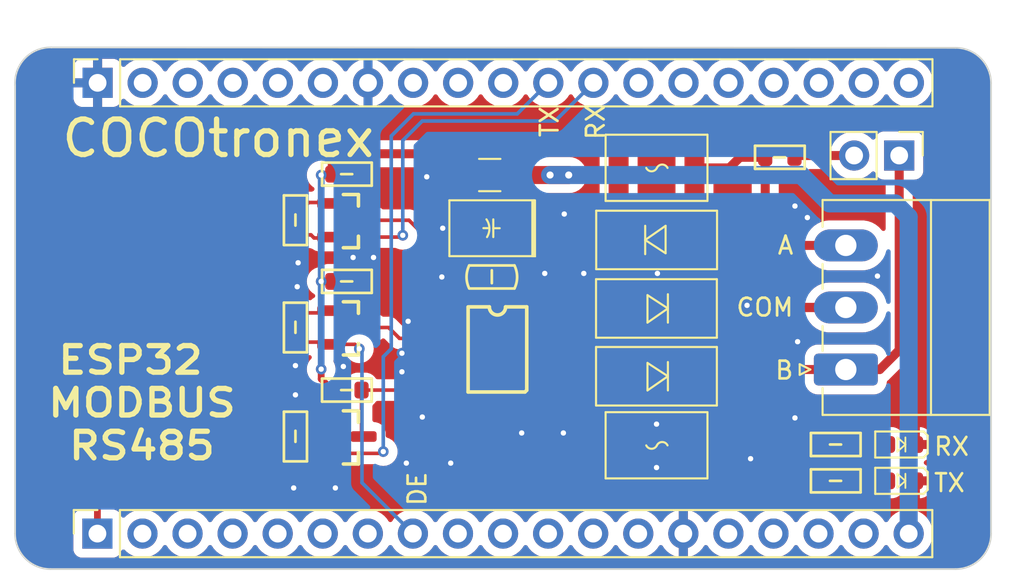
<source format=kicad_pcb>
(kicad_pcb (version 20220621) (generator pcbnew)
  (layers (0 "F.Cu" signal) (31 "B.Cu" signal) (34 "B.Paste" user) (35 "F.Paste" user) (36 "B.SilkS" user "B.Silkscreen") (37 "F.SilkS" user "F.Silkscreen") (38 "B.Mask" user) (39 "F.Mask" user) (44 "Edge.Cuts" user))
  (net 0 "")
  (net 1 "/3V3")
  (net 2 "/EN")
  (net 3 "/GPIO36")
  (net 4 "/GPIO39")
  (net 5 "/GPIO34")
  (net 6 "/GPIO35")
  (net 7 "/GPIO32")
  (net 8 "/GPIO25")
  (net 9 "/GPIO26")
  (net 10 "/GPIO27")
  (net 11 "/GPIO14")
  (net 12 "/GPIO12")
  (net 13 "GND")
  (net 14 "/GPIO13")
  (net 15 "/GPIO9")
  (net 16 "/GPIO10")
  (net 17 "/GPIO11")
  (net 18 "/5V")
  (net 19 "/GPIO23")
  (net 20 "/GPIO22")
  (net 21 "/GPIO1")
  (net 22 "/GPIO3")
  (net 23 "/GPIO21")
  (net 24 "/GPIO19")
  (net 25 "/GPIO18")
  (net 26 "/GPIO5")
  (net 27 "/GPIO4")
  (net 28 "/GPIO0")
  (net 29 "/GPIO2")
  (net 30 "/GPIO15")
  (net 31 "/GPIO8")
  (net 32 "/GPIO7")
  (net 33 "/GPIO6")
  (net 34 "/RS485_COM")
  (net 35 "Net-(D33-A1)")
  (net 36 "Net-(J10-Pin_2)")
  (net 37 "/R_5V")
  (net 38 "/A")
  (net 39 "/B")
  (net 40 "/D_5V")
  (net 41 "/DE_5V")
  (net 42 "Net-(D33-A2)")
  (net 43 "Net-(D36-A)")
  (net 44 "Net-(D37-A)")
  (net 45 "/RS485_DE")
  (net 46 "/RS485_TX")
  (net 47 "/RS485_RX")
  (net 48 "Net-(J1-Pin_19)")
  (footprint "Library:R_0603_1608Metric" (layer "F.Cu") (at 135.55 92.7)
    (fp_text reference "R42")
    (fp_text value "10k")
    (fp_line (start -1.4 -0.65) (end 1.4 -0.65) (stroke (width 0.1524)) (layer "F.SilkS"))
    (fp_line (start -1.4 0.65) (end -1.4 -0.65) (stroke (width 0.1524)) (layer "F.SilkS"))
    (fp_line (start -1.4 0.65) (end 1.4 0.65) (stroke (width 0.1524)) (layer "F.SilkS"))
    (fp_line (start -0.325 0) (end 0.3 0) (stroke (width 0.1524)) (layer "F.SilkS"))
    (fp_line (start 1.4 0.65) (end 1.4 -0.65) (stroke (width 0.1524)) (layer "F.SilkS"))
    (pad "1" smd roundrect (at -0.825 0 180) (size 0.8 0.95) (layers "F.Cu" "F.Paste" "F.Mask") (net 18 "/5V"))
    (pad "2" smd roundrect (at 0.825 0 180) (size 0.8 0.95) (layers "F.Cu" "F.Paste" "F.Mask") (net 41 "/DE_5V"))
  )
  (footprint "Fuse:Fuse_1206_3216Metric" (layer "F.Cu") (at 143.6 86.7 180)
    (fp_text reference "F3")
    (fp_text value "Polyfuse_Small")
    (fp_line (start -0.602064 -0.91) (end 0.602064 -0.91) (stroke (width 0.12)) (layer "F.SilkS"))
    (fp_line (start -0.602064 0.91) (end 0.602064 0.91) (stroke (width 0.12)) (layer "F.SilkS"))
    (pad "1" smd roundrect (at -1.4 0 180) (size 1.25 1.75) (layers "F.Cu" "F.Paste" "F.Mask") (roundrect_rratio 0.2) (net 48 "Net-(J1-Pin_19)"))
    (pad "2" smd roundrect (at 1.4 0 180) (size 1.25 1.75) (layers "F.Cu" "F.Paste" "F.Mask") (roundrect_rratio 0.2) (net 18 "/5V"))
  )
  (footprint "Library:R_0603_1608Metric" (layer "F.Cu") (at 135.55 86.65)
    (fp_text reference "R40")
    (fp_text value "10k")
    (fp_line (start -1.4 -0.65) (end 1.4 -0.65) (stroke (width 0.1524)) (layer "F.SilkS"))
    (fp_line (start -1.4 0.65) (end -1.4 -0.65) (stroke (width 0.1524)) (layer "F.SilkS"))
    (fp_line (start -1.4 0.65) (end 1.4 0.65) (stroke (width 0.1524)) (layer "F.SilkS"))
    (fp_line (start -0.325 0) (end 0.3 0) (stroke (width 0.1524)) (layer "F.SilkS"))
    (fp_line (start 1.4 0.65) (end 1.4 -0.65) (stroke (width 0.1524)) (layer "F.SilkS"))
    (pad "1" smd roundrect (at -0.825 0 180) (size 0.8 0.95) (layers "F.Cu" "F.Paste" "F.Mask") (net 18 "/5V"))
    (pad "2" smd roundrect (at 0.825 0 180) (size 0.8 0.95) (layers "F.Cu" "F.Paste" "F.Mask") (net 37 "/R_5V"))
  )
  (footprint "Library:R_0603_1608Metric" (layer "F.Cu") (at 132.65 101.45 -90)
    (fp_text reference "R39")
    (fp_text value "10k")
    (fp_line (start -1.4 -0.65) (end 1.4 -0.65) (stroke (width 0.1524)) (layer "F.SilkS"))
    (fp_line (start -1.4 0.65) (end -1.4 -0.65) (stroke (width 0.1524)) (layer "F.SilkS"))
    (fp_line (start -1.4 0.65) (end 1.4 0.65) (stroke (width 0.1524)) (layer "F.SilkS"))
    (fp_line (start -0.325 0) (end 0.3 0) (stroke (width 0.1524)) (layer "F.SilkS"))
    (fp_line (start 1.4 0.65) (end 1.4 -0.65) (stroke (width 0.1524)) (layer "F.SilkS"))
    (pad "1" smd roundrect (at -0.825 0 90) (size 0.8 0.95) (layers "F.Cu" "F.Paste" "F.Mask") (net 1 "/3V3"))
    (pad "2" smd roundrect (at 0.825 0 90) (size 0.8 0.95) (layers "F.Cu" "F.Paste" "F.Mask") (net 46 "/RS485_TX"))
  )
  (footprint "Library:CP_EIA-3528-21_Kemet-B" (layer "F.Cu") (at 143.7 89.7 180)
    (fp_text reference "C5")
    (fp_text value "10uF")
    (fp_line (start -2.45 1.575) (end 2.375 1.575) (stroke (width 0.12)) (layer "F.SilkS"))
    (fp_line (start -2.375 -1.575) (end -2.375 1.575) (stroke (width 0.12)) (layer "F.SilkS"))
    (fp_line (start -0.1 -0.5) (end -0.1 0.5) (stroke (width 0.12)) (layer "F.SilkS"))
    (fp_line (start -0.1 0) (end -0.4625 0) (stroke (width 0.12)) (layer "F.SilkS"))
    (fp_line (start 0.12 0.004819) (end 0.457213 0.004819) (stroke (width 0.12)) (layer "F.SilkS"))
    (fp_line (start 2.375 -1.575) (end -2.45 -1.575) (stroke (width 0.12)) (layer "F.SilkS"))
    (fp_line (start 2.375 -1.575) (end 2.375 1.575) (stroke (width 0.12)) (layer "F.SilkS"))
    (fp_rect (start -2.45 -1.575) (end -2.3 1.55) (stroke (width 0.12)) (fill none) (layer "F.SilkS"))
    (fp_arc (start 0.285679 0.500004) (mid 0.12 0.004821) (end 0.253474 -0.499996) (stroke (width 0.12)) (layer "F.SilkS"))
    (pad "1" smd roundrect (at -1.5375 0 180) (size 1.325 2.35) (layers "F.Cu" "F.Paste" "F.Mask") (roundrect_rratio 0.1886792453) (net 18 "/5V"))
    (pad "2" smd roundrect (at 1.5375 0 180) (size 1.325 2.35) (layers "F.Cu" "F.Paste" "F.Mask") (roundrect_rratio 0.1886792453) (net 13 "GND"))
  )
  (footprint "Connector_Phoenix_MC:PhoenixContact_MC_1,5_3-G-3.5_1x03_P3.50mm_Horizontal" (layer "F.Cu") (at 163.6675 97.67 90)
    (fp_text reference "J9")
    (fp_text value "RS485")
    (fp_line (start -2.56 -1.31) (end -2.56 8.11) (stroke (width 0.12)) (layer "F.SilkS"))
    (fp_line (start -2.56 -1.31) (end -1.05 -1.31) (stroke (width 0.12)) (layer "F.SilkS"))
    (fp_line (start -2.56 4.8) (end 9.56 4.8) (stroke (width 0.12)) (layer "F.SilkS"))
    (fp_line (start -2.56 8.11) (end 9.56 8.11) (stroke (width 0.12)) (layer "F.SilkS"))
    (fp_line (start -0.3 -2.6) (end 0.3 -2.6) (stroke (width 0.12)) (layer "F.SilkS"))
    (fp_line (start 0 -2) (end -0.3 -2.6) (stroke (width 0.12)) (layer "F.SilkS"))
    (fp_line (start 0.3 -2.6) (end 0 -2) (stroke (width 0.12)) (layer "F.SilkS"))
    (fp_line (start 1.05 -1.31) (end 2.45 -1.31) (stroke (width 0.12)) (layer "F.SilkS"))
    (fp_line (start 4.55 -1.31) (end 5.95 -1.31) (stroke (width 0.12)) (layer "F.SilkS"))
    (fp_line (start 9.56 -1.31) (end 8.05 -1.31) (stroke (width 0.12)) (layer "F.SilkS"))
    (fp_line (start 9.56 8.11) (end 9.56 -1.31) (stroke (width 0.12)) (layer "F.SilkS"))
    (pad "1" thru_hole roundrect (at 0 0 90) (size 1.8 3.6) (drill 1.2) (layers *.Cu *.Mask) (roundrect_rratio 0.1388888889) (net 39 "/B"))
    (pad "2" thru_hole oval (at 3.5 0 90) (size 1.8 3.6) (drill 1.2) (layers *.Cu *.Mask) (net 34 "/RS485_COM"))
    (pad "3" thru_hole oval (at 7 0 90) (size 1.8 3.6) (drill 1.2) (layers *.Cu *.Mask) (net 38 "/A"))
  )
  (footprint "Connector_PinSocket_2.54mm:PinSocket_1x19_P2.54mm_Vertical" (layer "F.Cu") (at 121.49 106.925 90)
    (fp_text reference "J1")
    (fp_text value "Conn_01x19")
    (fp_line (start -1.33 1.27) (end -1.33 47.05) (stroke (width 0.12)) (layer "F.SilkS"))
    (fp_line (start -1.33 1.27) (end 1.33 1.27) (stroke (width 0.12)) (layer "F.SilkS"))
    (fp_line (start -1.33 47.05) (end 1.33 47.05) (stroke (width 0.12)) (layer "F.SilkS"))
    (fp_line (start 0 -1.33) (end 1.33 -1.33) (stroke (width 0.12)) (layer "F.SilkS"))
    (fp_line (start 1.33 -1.33) (end 1.33 0) (stroke (width 0.12)) (layer "F.SilkS"))
    (fp_line (start 1.33 1.27) (end 1.33 47.05) (stroke (width 0.12)) (layer "F.SilkS"))
    (pad "1" thru_hole rect (at 0 0 90) (size 1.7 1.7) (drill 1) (layers *.Cu *.Mask) (net 1 "/3V3"))
    (pad "2" thru_hole oval (at 0 2.54 90) (size 1.7 1.7) (drill 1) (layers *.Cu *.Mask) (net 2 "/EN"))
    (pad "3" thru_hole oval (at 0 5.08 90) (size 1.7 1.7) (drill 1) (layers *.Cu *.Mask) (net 3 "/GPIO36"))
    (pad "4" thru_hole oval (at 0 7.62 90) (size 1.7 1.7) (drill 1) (layers *.Cu *.Mask) (net 4 "/GPIO39"))
    (pad "5" thru_hole oval (at 0 10.16 90) (size 1.7 1.7) (drill 1) (layers *.Cu *.Mask) (net 5 "/GPIO34"))
    (pad "6" thru_hole oval (at 0 12.7 90) (size 1.7 1.7) (drill 1) (layers *.Cu *.Mask) (net 6 "/GPIO35"))
    (pad "7" thru_hole oval (at 0 15.24 90) (size 1.7 1.7) (drill 1) (layers *.Cu *.Mask) (net 7 "/GPIO32"))
    (pad "8" thru_hole oval (at 0 17.78 90) (size 1.7 1.7) (drill 1) (layers *.Cu *.Mask) (net 45 "/RS485_DE"))
    (pad "9" thru_hole oval (at 0 20.32 90) (size 1.7 1.7) (drill 1) (layers *.Cu *.Mask) (net 8 "/GPIO25"))
    (pad "10" thru_hole oval (at 0 22.86 90) (size 1.7 1.7) (drill 1) (layers *.Cu *.Mask) (net 9 "/GPIO26"))
    (pad "11" thru_hole oval (at 0 25.4 90) (size 1.7 1.7) (drill 1) (layers *.Cu *.Mask) (net 10 "/GPIO27"))
    (pad "12" thru_hole oval (at 0 27.94 90) (size 1.7 1.7) (drill 1) (layers *.Cu *.Mask) (net 11 "/GPIO14"))
    (pad "13" thru_hole oval (at 0 30.48 90) (size 1.7 1.7) (drill 1) (layers *.Cu *.Mask) (net 12 "/GPIO12"))
    (pad "14" thru_hole oval (at 0 33.02 90) (size 1.7 1.7) (drill 1) (layers *.Cu *.Mask) (net 13 "GND"))
    (pad "15" thru_hole oval (at 0 35.56 90) (size 1.7 1.7) (drill 1) (layers *.Cu *.Mask) (net 14 "/GPIO13"))
    (pad "16" thru_hole oval (at 0 38.1 90) (size 1.7 1.7) (drill 1) (layers *.Cu *.Mask) (net 15 "/GPIO9"))
    (pad "17" thru_hole oval (at 0 40.64 90) (size 1.7 1.7) (drill 1) (layers *.Cu *.Mask) (net 16 "/GPIO10"))
    (pad "18" thru_hole oval (at 0 43.18 90) (size 1.7 1.7) (drill 1) (layers *.Cu *.Mask) (net 17 "/GPIO11"))
    (pad "19" thru_hole oval (at 0 45.72 90) (size 1.7 1.7) (drill 1) (layers *.Cu *.Mask) (net 48 "Net-(J1-Pin_19)"))
  )
  (footprint "Library:R_0603_1608Metric" (layer "F.Cu") (at 132.65 89.25 -90)
    (fp_text reference "R41")
    (fp_text value "10k")
    (fp_line (start -1.4 -0.65) (end 1.4 -0.65) (stroke (width 0.1524)) (layer "F.SilkS"))
    (fp_line (start -1.4 0.65) (end -1.4 -0.65) (stroke (width 0.1524)) (layer "F.SilkS"))
    (fp_line (start -1.4 0.65) (end 1.4 0.65) (stroke (width 0.1524)) (layer "F.SilkS"))
    (fp_line (start -0.325 0) (end 0.3 0) (stroke (width 0.1524)) (layer "F.SilkS"))
    (fp_line (start 1.4 0.65) (end 1.4 -0.65) (stroke (width 0.1524)) (layer "F.SilkS"))
    (pad "1" smd roundrect (at -0.825 0 90) (size 0.8 0.95) (layers "F.Cu" "F.Paste" "F.Mask") (net 1 "/3V3"))
    (pad "2" smd roundrect (at 0.825 0 90) (size 0.8 0.95) (layers "F.Cu" "F.Paste" "F.Mask") (net 47 "/RS485_RX"))
  )
  (footprint "Library:SOT-23" (layer "F.Cu") (at 135.55 95.3)
    (fp_text reference "Q19")
    (fp_text value "WST3400S")
    (fp_line (start 0 1.56) (end 0.65 1.56) (stroke (width 0.12)) (layer "F.SilkS"))
    (fp_line (start 0.65 -1.45) (end -0.2 -1.45) (stroke (width 0.2)) (layer "F.SilkS"))
    (fp_line (start 0.65 -0.8) (end 0.65 -1.45) (stroke (width 0.2)) (layer "F.SilkS"))
    (fp_line (start 0.65 1.55) (end -0.2 1.55) (stroke (width 0.2)) (layer "F.SilkS"))
    (fp_line (start 0.65 1.55) (end 0.65 0.9) (stroke (width 0.2)) (layer "F.SilkS"))
    (pad "1" smd roundrect (at -0.9375 -0.95) (size 1.475 0.6) (layers "F.Cu" "F.Paste" "F.Mask") (net 1 "/3V3"))
    (pad "2" smd roundrect (at -0.9375 0.95) (size 1.475 0.6) (layers "F.Cu" "F.Paste" "F.Mask") (net 45 "/RS485_DE"))
    (pad "3" smd roundrect (at 0.9375 0) (size 1.475 0.6) (layers "F.Cu" "F.Paste" "F.Mask") (net 41 "/DE_5V"))
  )
  (footprint "Library:LED_0603_1608Metric" (layer "F.Cu") (at 166.8 103.95 180)
    (fp_text reference "D36")
    (fp_text value "GREEN")
    (fp_line (start -1.485 -0.5) (end -1.485 0.5) (stroke (width 0.12)) (layer "F.SilkS"))
    (fp_line (start -1.485 0.5) (end -1.25 0.735) (stroke (width 0.12)) (layer "F.SilkS"))
    (fp_line (start -1.25 -0.735) (end -1.485 -0.5) (stroke (width 0.12)) (layer "F.SilkS"))
    (fp_line (start -1.25 0.735) (end 1.475 0.735) (stroke (width 0.12)) (layer "F.SilkS"))
    (fp_line (start -0.225 -0.4) (end -0.225 0.4) (stroke (width 0.1)) (layer "F.SilkS"))
    (fp_line (start -0.225 0) (end 0.225 -0.4) (stroke (width 0.1)) (layer "F.SilkS"))
    (fp_line (start -0.225 0) (end 0.225 0.4) (stroke (width 0.1)) (layer "F.SilkS"))
    (fp_line (start 0.225 -0.4) (end 0.225 0.4) (stroke (width 0.1)) (layer "F.SilkS"))
    (fp_line (start 1.475 -0.735) (end -1.25 -0.735) (stroke (width 0.12)) (layer "F.SilkS"))
    (fp_line (start 1.475 0.735) (end 1.475 -0.735) (stroke (width 0.12)) (layer "F.SilkS"))
    (pad "1" smd roundrect (at -0.7875 0 180) (size 0.875 0.95) (layers "F.Cu" "F.Paste" "F.Mask") (net 13 "GND"))
    (pad "2" smd roundrect (at 0.7875 0 180) (size 0.875 0.95) (layers "F.Cu" "F.Paste" "F.Mask") (net 43 "Net-(D36-A)"))
  )
  (footprint "Library:Fuse_1812_4532Metric" (layer "F.Cu") (at 153 86.3)
    (fp_text reference "F1")
    (fp_text value "MF-MSMF050-2")
    (fp_line (start -2.87 -1.873748) (end -2.87 1.86) (stroke (width 0.12)) (layer "F.SilkS"))
    (fp_line (start -2.87 -1.873748) (end 2.87 -1.873748) (stroke (width 0.12)) (layer "F.SilkS"))
    (fp_line (start -2.87 1.86) (end 2.87 1.86) (stroke (width 0.12)) (layer "F.SilkS"))
    (fp_line (start 2.87 -1.873748) (end 2.87 1.86) (stroke (width 0.12)) (layer "F.SilkS"))
    (fp_arc (start 0.02 -0.000432) (mid -0.28 0.19) (end -0.58 -0.000432) (stroke (width 0.12)) (layer "F.SilkS"))
    (fp_arc (start 0.02 -0.000432) (mid 0.32 -0.190864) (end 0.62 -0.000432) (stroke (width 0.12)) (layer "F.SilkS"))
    (pad "1" smd roundrect (at -2.1375 0) (size 1.125 3.4) (layers "F.Cu" "F.Paste" "F.Mask") (roundrect_rratio 0.2222222222) (net 42 "Net-(D33-A2)"))
    (pad "2" smd roundrect (at 2.1375 0) (size 1.125 3.4) (layers "F.Cu" "F.Paste" "F.Mask") (roundrect_rratio 0.2222222222) (net 38 "/A"))
  )
  (footprint "Library:D_SMA" (layer "F.Cu") (at 153 98.05 180)
    (fp_text reference "D34")
    (fp_text value "SMAJ6.5CA")
    (fp_line (start -3.4 -1.65) (end -3.4 1.65) (stroke (width 0.12)) (layer "F.SilkS"))
    (fp_line (start -3.4 -1.65) (end 3.41 -1.65) (stroke (width 0.12)) (layer "F.SilkS"))
    (fp_line (start -3.4 1.65) (end 3.41 1.65) (stroke (width 0.12)) (layer "F.SilkS"))
    (fp_line (start -0.64 -0.79908) (end -0.64 0.80112) (stroke (width 0.12)) (layer "F.SilkS"))
    (fp_line (start -0.64 0.00102) (end 0.51062 -0.79908) (stroke (width 0.12)) (layer "F.SilkS"))
    (fp_line (start -0.64 0.00102) (end 0.51062 0.75032) (stroke (width 0.12)) (layer "F.SilkS"))
    (fp_line (start 0.51062 0.75032) (end 0.51062 -0.79908) (stroke (width 0.12)) (layer "F.SilkS"))
    (fp_line (start 3.41 -1.65) (end 3.41 1.65) (stroke (width 0.12)) (layer "F.SilkS"))
    (pad "1" smd rect (at -2 0 180) (size 2.5 1.8) (layers "F.Cu" "F.Paste" "F.Mask") (net 34 "/RS485_COM"))
    (pad "2" smd rect (at 2 0 180) (size 2.5 1.8) (layers "F.Cu" "F.Paste" "F.Mask") (net 35 "Net-(D33-A1)"))
  )
  (footprint "Library:R_0603_1608Metric" (layer "F.Cu") (at 163.1 103.95)
    (fp_text reference "R45")
    (fp_text value "470R")
    (fp_line (start -1.4 -0.65) (end 1.4 -0.65) (stroke (width 0.1524)) (layer "F.SilkS"))
    (fp_line (start -1.4 0.65) (end -1.4 -0.65) (stroke (width 0.1524)) (layer "F.SilkS"))
    (fp_line (start -1.4 0.65) (end 1.4 0.65) (stroke (width 0.1524)) (layer "F.SilkS"))
    (fp_line (start -0.325 0) (end 0.3 0) (stroke (width 0.1524)) (layer "F.SilkS"))
    (fp_line (start 1.4 0.65) (end 1.4 -0.65) (stroke (width 0.1524)) (layer "F.SilkS"))
    (pad "1" smd roundrect (at -0.825 0 180) (size 0.8 0.95) (layers "F.Cu" "F.Paste" "F.Mask") (net 40 "/D_5V"))
    (pad "2" smd roundrect (at 0.825 0 180) (size 0.8 0.95) (layers "F.Cu" "F.Paste" "F.Mask") (net 43 "Net-(D36-A)"))
  )
  (footprint "Library:R_0603_1608Metric" (layer "F.Cu") (at 135.55 98.83)
    (fp_text reference "R38")
    (fp_text value "10k")
    (fp_line (start -1.4 -0.65) (end 1.4 -0.65) (stroke (width 0.1524)) (layer "F.SilkS"))
    (fp_line (start -1.4 0.65) (end -1.4 -0.65) (stroke (width 0.1524)) (layer "F.SilkS"))
    (fp_line (start -1.4 0.65) (end 1.4 0.65) (stroke (width 0.1524)) (layer "F.SilkS"))
    (fp_line (start -0.325 0) (end 0.3 0) (stroke (width 0.1524)) (layer "F.SilkS"))
    (fp_line (start 1.4 0.65) (end 1.4 -0.65) (stroke (width 0.1524)) (layer "F.SilkS"))
    (pad "1" smd roundrect (at -0.825 0 180) (size 0.8 0.95) (layers "F.Cu" "F.Paste" "F.Mask") (net 18 "/5V"))
    (pad "2" smd roundrect (at 0.825 0 180) (size 0.8 0.95) (layers "F.Cu" "F.Paste" "F.Mask") (net 40 "/D_5V"))
  )
  (footprint "Library:R_0603_1608Metric" (layer "F.Cu") (at 163.1 101.9)
    (fp_text reference "R47")
    (fp_text value "470R")
    (fp_line (start -1.4 -0.65) (end 1.4 -0.65) (stroke (width 0.1524)) (layer "F.SilkS"))
    (fp_line (start -1.4 0.65) (end -1.4 -0.65) (stroke (width 0.1524)) (layer "F.SilkS"))
    (fp_line (start -1.4 0.65) (end 1.4 0.65) (stroke (width 0.1524)) (layer "F.SilkS"))
    (fp_line (start -0.325 0) (end 0.3 0) (stroke (width 0.1524)) (layer "F.SilkS"))
    (fp_line (start 1.4 0.65) (end 1.4 -0.65) (stroke (width 0.1524)) (layer "F.SilkS"))
    (pad "1" smd roundrect (at -0.825 0 180) (size 0.8 0.95) (layers "F.Cu" "F.Paste" "F.Mask") (net 37 "/R_5V"))
    (pad "2" smd roundrect (at 0.825 0 180) (size 0.8 0.95) (layers "F.Cu" "F.Paste" "F.Mask") (net 44 "Net-(D37-A)"))
  )
  (footprint "Library:C_0603_1608Metric" (layer "F.Cu") (at 143.7175 92.45 180)
    (fp_text reference "C3")
    (fp_text value "100nF")
    (fp_line (start -1.274153 -0.65) (end 1.25 -0.65) (stroke (width 0.1524)) (layer "F.SilkS"))
    (fp_line (start -1.274153 0.65) (end 1.274153 0.65) (stroke (width 0.1524)) (layer "F.SilkS"))
    (fp_line (start 0 0.375) (end 0 -0.35) (stroke (width 0.1524)) (layer "F.SilkS"))
    (fp_arc (start -1.274153 0.65) (mid -1.425003 0) (end -1.274153 -0.65) (stroke (width 0.1524)) (layer "F.SilkS"))
    (fp_arc (start 1.274153 -0.65) (mid 1.425002 0) (end 1.274153 0.65) (stroke (width 0.1524)) (layer "F.SilkS"))
    (pad "1" smd roundrect (at -0.775 0 180) (size 0.9 0.95) (layers "F.Cu" "F.Paste" "F.Mask") (net 18 "/5V"))
    (pad "2" smd roundrect (at 0.775 0 180) (size 0.9 0.95) (layers "F.Cu" "F.Paste" "F.Mask") (net 13 "GND"))
  )
  (footprint "Library:PinHeader_1x02_P2.54mm_Vertical" (layer "F.Cu") (at 166.675 85.6 -90)
    (fp_text reference "J10")
    (fp_text value "Conn_01x02")
    (fp_line (start -1.33 -1.33) (end 0 -1.33) (stroke (width 0.12)) (layer "F.SilkS"))
    (fp_line (start -1.33 0) (end -1.33 -1.33) (stroke (width 0.12)) (layer "F.SilkS"))
    (fp_line (start -1.33 1.27) (end -1.33 3.87) (stroke (width 0.12)) (layer "F.SilkS"))
    (fp_line (start -1.33 1.27) (end 1.33 1.27) (stroke (width 0.12)) (layer "F.SilkS"))
    (fp_line (start -1.33 3.87) (end 1.33 3.87) (stroke (width 0.12)) (layer "F.SilkS"))
    (fp_line (start 1.33 1.27) (end 1.33 3.87) (stroke (width 0.12)) (layer "F.SilkS"))
    (pad "1" thru_hole rect locked (at 0 0 270) (size 1.7 1.7) (drill 1) (layers *.Cu *.Mask) (net 39 "/B"))
    (pad "2" thru_hole oval locked (at 0 2.54 270) (size 1.7 1.7) (drill 1) (layers *.Cu *.Mask) (net 36 "Net-(J10-Pin_2)"))
  )
  (footprint "Library:D_SMA" (layer "F.Cu") (at 153 90.3625)
    (fp_text reference "D35")
    (fp_text value "SMAJ6.5CA")
    (fp_line (start -3.4 -1.65) (end -3.4 1.65) (stroke (width 0.12)) (layer "F.SilkS"))
    (fp_line (start -3.4 -1.65) (end 3.41 -1.65) (stroke (width 0.12)) (layer "F.SilkS"))
    (fp_line (start -3.4 1.65) (end 3.41 1.65) (stroke (width 0.12)) (layer "F.SilkS"))
    (fp_line (start -0.64 -0.79908) (end -0.64 0.80112) (stroke (width 0.12)) (layer "F.SilkS"))
    (fp_line (start -0.64 0.00102) (end 0.51062 -0.79908) (stroke (width 0.12)) (layer "F.SilkS"))
    (fp_line (start -0.64 0.00102) (end 0.51062 0.75032) (stroke (width 0.12)) (layer "F.SilkS"))
    (fp_line (start 0.51062 0.75032) (end 0.51062 -0.79908) (stroke (width 0.12)) (layer "F.SilkS"))
    (fp_line (start 3.41 -1.65) (end 3.41 1.65) (stroke (width 0.12)) (layer "F.SilkS"))
    (pad "1" smd rect (at -2 0) (size 2.5 1.8) (layers "F.Cu" "F.Paste" "F.Mask") (net 42 "Net-(D33-A2)"))
    (pad "2" smd rect (at 2 0) (size 2.5 1.8) (layers "F.Cu" "F.Paste" "F.Mask") (net 34 "/RS485_COM"))
  )
  (footprint "Library:Fuse_1812_4532Metric" (layer "F.Cu") (at 153 101.95)
    (fp_text reference "F2")
    (fp_text value "MF-MSMF050-2")
    (fp_line (start -2.87 -1.873748) (end -2.87 1.86) (stroke (width 0.12)) (layer "F.SilkS"))
    (fp_line (start -2.87 -1.873748) (end 2.87 -1.873748) (stroke (width 0.12)) (layer "F.SilkS"))
    (fp_line (start -2.87 1.86) (end 2.87 1.86) (stroke (width 0.12)) (layer "F.SilkS"))
    (fp_line (start 2.87 -1.873748) (end 2.87 1.86) (stroke (width 0.12)) (layer "F.SilkS"))
    (fp_arc (start 0.02 -0.000432) (mid -0.28 0.19) (end -0.58 -0.000432) (stroke (width 0.12)) (layer "F.SilkS"))
    (fp_arc (start 0.02 -0.000432) (mid 0.32 -0.190864) (end 0.62 -0.000432) (stroke (width 0.12)) (layer "F.SilkS"))
    (pad "1" smd roundrect (at -2.1375 0) (size 1.125 3.4) (layers "F.Cu" "F.Paste" "F.Mask") (roundrect_rratio 0.2222222222) (net 35 "Net-(D33-A1)"))
    (pad "2" smd roundrect (at 2.1375 0) (size 1.125 3.4) (layers "F.Cu" "F.Paste" "F.Mask") (roundrect_rratio 0.2222222222) (net 39 "/B"))
  )
  (footprint "Library:SO08" (layer "F.Cu") (at 143.781 96.55 -90)
    (fp_text reference "U11")
    (fp_text value "SN75176AD" hide)
    (fp_line (start -2.413 -1.905) (end -2.413 -0.7112) (stroke (width 0.2032)) (layer "F.SilkS"))
    (fp_line (start -2.413 -1.905) (end 2.286 -1.905) (stroke (width 0.2032)) (layer "F.SilkS"))
    (fp_line (start -2.413 0.2032) (end -2.413 1.397) (stroke (width 0.2032)) (layer "F.SilkS"))
    (fp_line (start -2.40005 1.40005) (end 2.3876 1.40005) (stroke (width 0.2032)) (layer "F.SilkS"))
    (fp_line (start 2.286 -1.905) (end 2.3876 -1.8034) (stroke (width 0.2032)) (layer "F.SilkS"))
    (fp_line (start 2.3876 -1.8034) (end 2.3876 1.40005) (stroke (width 0.2032)) (layer "F.SilkS"))
    (fp_arc (start -2.413 -0.71191) (mid -1.95509 -0.254) (end -2.413 0.20391) (stroke (width 0.2032)) (layer "F.SilkS"))
    (pad "1" smd rect (at -1.905 2.59994 270) (size 0.6 2.2) (layers "F.Cu" "F.Paste" "F.Mask") (net 37 "/R_5V"))
    (pad "2" smd oval (at -0.635 2.59994 270) (size 0.6 2.2) (layers "F.Cu" "F.Paste" "F.Mask") (net 41 "/DE_5V"))
    (pad "3" smd oval (at 0.635 2.59994 270) (size 0.6 2.2) (layers "F.Cu" "F.Paste" "F.Mask") (net 41 "/DE_5V"))
    (pad "4" smd oval (at 1.905 2.59994 270) (size 0.6 2.2) (layers "F.Cu" "F.Paste" "F.Mask") (net 40 "/D_5V"))
    (pad "5" smd oval (at 1.905 -2.59994 270) (size 0.6 2.2) (layers "F.Cu" "F.Paste" "F.Mask") (net 13 "GND"))
    (pad "6" smd oval (at 0.635 -2.59994 270) (size 0.6 2.2) (layers "F.Cu" "F.Paste" "F.Mask") (net 35 "Net-(D33-A1)"))
    (pad "7" smd oval (at -0.635 -2.59994 270) (size 0.6 2.2) (layers "F.Cu" "F.Paste" "F.Mask") (net 42 "Net-(D33-A2)"))
    (pad "8" smd oval (at -1.905 -2.59994 90) (size 0.6 2.2) (layers "F.Cu" "F.Paste" "F.Mask") (net 18 "/5V"))
  )
  (footprint "Library:R_0603_1608Metric" (layer "F.Cu") (at 159.95 85.7)
    (fp_text reference "R36")
    (fp_text value "120")
    (fp_line (start -1.4 -0.65) (end 1.4 -0.65) (stroke (width 0.1524)) (layer "F.SilkS"))
    (fp_line (start -1.4 0.65) (end -1.4 -0.65) (stroke (width 0.1524)) (layer "F.SilkS"))
    (fp_line (start -1.4 0.65) (end 1.4 0.65) (stroke (width 0.1524)) (layer "F.SilkS"))
    (fp_line (start -0.325 0) (end 0.3 0) (stroke (width 0.1524)) (layer "F.SilkS"))
    (fp_line (start 1.4 0.65) (end 1.4 -0.65) (stroke (width 0.1524)) (layer "F.SilkS"))
    (pad "1" smd roundrect (at -0.825 0 180) (size 0.8 0.95) (layers "F.Cu" "F.Paste" "F.Mask") (net 38 "/A"))
    (pad "2" smd roundrect (at 0.825 0 180) (size 0.8 0.95) (layers "F.Cu" "F.Paste" "F.Mask") (net 36 "Net-(J10-Pin_2)"))
  )
  (footprint "Library:R_0603_1608Metric" (layer "F.Cu") (at 132.65 95.3 -90)
    (fp_text reference "R43")
    (fp_text value "10k")
    (fp_line (start -1.4 -0.65) (end 1.4 -0.65) (stroke (width 0.1524)) (layer "F.SilkS"))
    (fp_line (start -1.4 0.65) (end -1.4 -0.65) (stroke (width 0.1524)) (layer "F.SilkS"))
    (fp_line (start -1.4 0.65) (end 1.4 0.65) (stroke (width 0.1524)) (layer "F.SilkS"))
    (fp_line (start -0.325 0) (end 0.3 0) (stroke (width 0.1524)) (layer "F.SilkS"))
    (fp_line (start 1.4 0.65) (end 1.4 -0.65) (stroke (width 0.1524)) (layer "F.SilkS"))
    (pad "1" smd roundrect (at -0.825 0 90) (size 0.8 0.95) (layers "F.Cu" "F.Paste" "F.Mask") (net 1 "/3V3"))
    (pad "2" smd roundrect (at 0.825 0 90) (size 0.8 0.95) (layers "F.Cu" "F.Paste" "F.Mask") (net 45 "/RS485_DE"))
  )
  (footprint "Library:SOT-23" (layer "F.Cu") (at 135.55 89.25)
    (fp_text reference "Q18")
    (fp_text value "WST3400S")
    (fp_line (start 0 1.56) (end 0.65 1.56) (stroke (width 0.12)) (layer "F.SilkS"))
    (fp_line (start 0.65 -1.45) (end -0.2 -1.45) (stroke (width 0.2)) (layer "F.SilkS"))
    (fp_line (start 0.65 -0.8) (end 0.65 -1.45) (stroke (width 0.2)) (layer "F.SilkS"))
    (fp_line (start 0.65 1.55) (end -0.2 1.55) (stroke (width 0.2)) (layer "F.SilkS"))
    (fp_line (start 0.65 1.55) (end 0.65 0.9) (stroke (width 0.2)) (layer "F.SilkS"))
    (pad "1" smd roundrect (at -0.9375 -0.95) (size 1.475 0.6) (layers "F.Cu" "F.Paste" "F.Mask") (net 1 "/3V3"))
    (pad "2" smd roundrect (at -0.9375 0.95) (size 1.475 0.6) (layers "F.Cu" "F.Paste" "F.Mask") (net 47 "/RS485_RX"))
    (pad "3" smd roundrect (at 0.9375 0) (size 1.475 0.6) (layers "F.Cu" "F.Paste" "F.Mask") (net 37 "/R_5V"))
  )
  (footprint "Library:D_SMA" (layer "F.Cu") (at 153 94.225 180)
    (fp_text reference "D33")
    (fp_text value "SMAJ6.5CA")
    (fp_line (start -3.4 -1.65) (end -3.4 1.65) (stroke (width 0.12)) (layer "F.SilkS"))
    (fp_line (start -3.4 -1.65) (end 3.41 -1.65) (stroke (width 0.12)) (layer "F.SilkS"))
    (fp_line (start -3.4 1.65) (end 3.41 1.65) (stroke (width 0.12)) (layer "F.SilkS"))
    (fp_line (start -0.64 -0.79908) (end -0.64 0.80112) (stroke (width 0.12)) (layer "F.SilkS"))
    (fp_line (start -0.64 0.00102) (end 0.51062 -0.79908) (stroke (width 0.12)) (layer "F.SilkS"))
    (fp_line (start -0.64 0.00102) (end 0.51062 0.75032) (stroke (width 0.12)) (layer "F.SilkS"))
    (fp_line (start 0.51062 0.75032) (end 0.51062 -0.79908) (stroke (width 0.12)) (layer "F.SilkS"))
    (fp_line (start 3.41 -1.65) (end 3.41 1.65) (stroke (width 0.12)) (layer "F.SilkS"))
    (pad "1" smd rect (at -2 0 180) (size 2.5 1.8) (layers "F.Cu" "F.Paste" "F.Mask") (net 35 "Net-(D33-A1)"))
    (pad "2" smd rect (at 2 0 180) (size 2.5 1.8) (layers "F.Cu" "F.Paste" "F.Mask") (net 42 "Net-(D33-A2)"))
  )
  (footprint "Library:SOT-23" (layer "F.Cu") (at 135.55 101.45)
    (fp_text reference "Q17")
    (fp_text value "WST3400S")
    (fp_line (start 0 1.56) (end 0.65 1.56) (stroke (width 0.12)) (layer "F.SilkS"))
    (fp_line (start 0.65 -1.45) (end -0.2 -1.45) (stroke (width 0.2)) (layer "F.SilkS"))
    (fp_line (start 0.65 -0.8) (end 0.65 -1.45) (stroke (width 0.2)) (layer "F.SilkS"))
    (fp_line (start 0.65 1.55) (end -0.2 1.55) (stroke (width 0.2)) (layer "F.SilkS"))
    (fp_line (start 0.65 1.55) (end 0.65 0.9) (stroke (width 0.2)) (layer "F.SilkS"))
    (pad "1" smd roundrect (at -0.9375 -0.95) (size 1.475 0.6) (layers "F.Cu" "F.Paste" "F.Mask") (net 1 "/3V3"))
    (pad "2" smd roundrect (at -0.9375 0.95) (size 1.475 0.6) (layers "F.Cu" "F.Paste" "F.Mask") (net 46 "/RS485_TX"))
    (pad "3" smd roundrect (at 0.9375 0) (size 1.475 0.6) (layers "F.Cu" "F.Paste" "F.Mask") (net 40 "/D_5V"))
  )
  (footprint "Connector_PinSocket_2.54mm:PinSocket_1x19_P2.54mm_Vertical" (layer "F.Cu") (at 121.5 81.5 90)
    (fp_text reference "J2")
    (fp_text value "Conn_01x19")
    (fp_line (start -1.33 1.27) (end -1.33 47.05) (stroke (width 0.12)) (layer "F.SilkS"))
    (fp_line (start -1.33 1.27) (end 1.33 1.27) (stroke (width 0.12)) (layer "F.SilkS"))
    (fp_line (start -1.33 47.05) (end 1.33 47.05) (stroke (width 0.12)) (layer "F.SilkS"))
    (fp_line (start 0 -1.33) (end 1.33 -1.33) (stroke (width 0.12)) (layer "F.SilkS"))
    (fp_line (start 1.33 -1.33) (end 1.33 0) (stroke (width 0.12)) (layer "F.SilkS"))
    (fp_line (start 1.33 1.27) (end 1.33 47.05) (stroke (width 0.12)) (layer "F.SilkS"))
    (pad "1" thru_hole rect (at 0 0 90) (size 1.7 1.7) (drill 1) (layers *.Cu *.Mask) (net 13 "GND"))
    (pad "2" thru_hole oval (at 0 2.54 90) (size 1.7 1.7) (drill 1) (layers *.Cu *.Mask) (net 19 "/GPIO23"))
    (pad "3" thru_hole oval (at 0 5.08 90) (size 1.7 1.7) (drill 1) (layers *.Cu *.Mask) (net 20 "/GPIO22"))
    (pad "4" thru_hole oval (at 0 7.62 90) (size 1.7 1.7) (drill 1) (layers *.Cu *.Mask) (net 21 "/GPIO1"))
    (pad "5" thru_hole oval (at 0 10.16 90) (size 1.7 1.7) (drill 1) (layers *.Cu *.Mask) (net 22 "/GPIO3"))
    (pad "6" thru_hole oval (at 0 12.7 90) (size 1.7 1.7) (drill 1) (layers *.Cu *.Mask) (net 23 "/GPIO21"))
    (pad "7" thru_hole oval (at 0 15.24 90) (size 1.7 1.7) (drill 1) (layers *.Cu *.Mask) (net 13 "GND"))
    (pad "8" thru_hole oval (at 0 17.78 90) (size 1.7 1.7) (drill 1) (layers *.Cu *.Mask) (net 24 "/GPIO19"))
    (pad "9" thru_hole oval (at 0 20.32 90) (size 1.7 1.7) (drill 1) (layers *.Cu *.Mask) (net 25 "/GPIO18"))
    (pad "10" thru_hole oval (at 0 22.86 90) (size 1.7 1.7) (drill 1) (layers *.Cu *.Mask) (net 26 "/GPIO5"))
    (pad "11" thru_hole oval (at 0 25.4 90) (size 1.7 1.7) (drill 1) (layers *.Cu *.Mask) (net 46 "/RS485_TX"))
    (pad "12" thru_hole oval (at 0 27.94 90) (size 1.7 1.7) (drill 1) (layers *.Cu *.Mask) (net 47 "/RS485_RX"))
    (pad "13" thru_hole oval (at 0 30.48 90) (size 1.7 1.7) (drill 1) (layers *.Cu *.Mask) (net 27 "/GPIO4"))
    (pad "14" thru_hole oval (at 0 33.02 90) (size 1.7 1.7) (drill 1) (layers *.Cu *.Mask) (net 28 "/GPIO0"))
    (pad "15" thru_hole oval (at 0 35.56 90) (size 1.7 1.7) (drill 1) (layers *.Cu *.Mask) (net 29 "/GPIO2"))
    (pad "16" thru_hole oval (at 0 38.1 90) (size 1.7 1.7) (drill 1) (layers *.Cu *.Mask) (net 30 "/GPIO15"))
    (pad "17" thru_hole oval (at 0 40.64 90) (size 1.7 1.7) (drill 1) (layers *.Cu *.Mask) (net 31 "/GPIO8"))
    (pad "18" thru_hole oval (at 0 43.18 90) (size 1.7 1.7) (drill 1) (layers *.Cu *.Mask) (net 32 "/GPIO7"))
    (pad "19" thru_hole oval (at 0 45.72 90) (size 1.7 1.7) (drill 1) (layers *.Cu *.Mask) (net 33 "/GPIO6"))
  )
  (footprint "Library:LED_0603_1608Metric" (layer "F.Cu") (at 166.8 101.9 180)
    (fp_text reference "D37")
    (fp_text value "RED")
    (fp_line (start -1.485 -0.5) (end -1.485 0.5) (stroke (width 0.12)) (layer "F.SilkS"))
    (fp_line (start -1.485 0.5) (end -1.25 0.735) (stroke (width 0.12)) (layer "F.SilkS"))
    (fp_line (start -1.25 -0.735) (end -1.485 -0.5) (stroke (width 0.12)) (layer "F.SilkS"))
    (fp_line (start -1.25 0.735) (end 1.475 0.735) (stroke (width 0.12)) (layer "F.SilkS"))
    (fp_line (start -0.225 -0.4) (end -0.225 0.4) (stroke (width 0.1)) (layer "F.SilkS"))
    (fp_line (start -0.225 0) (end 0.225 -0.4) (stroke (width 0.1)) (layer "F.SilkS"))
    (fp_line (start -0.225 0) (end 0.225 0.4) (stroke (width 0.1)) (layer "F.SilkS"))
    (fp_line (start 0.225 -0.4) (end 0.225 0.4) (stroke (width 0.1)) (layer "F.SilkS"))
    (fp_line (start 1.475 -0.735) (end -1.25 -0.735) (stroke (width 0.12)) (layer "F.SilkS"))
    (fp_line (start 1.475 0.735) (end 1.475 -0.735) (stroke (width 0.12)) (layer "F.SilkS"))
    (pad "1" smd roundrect (at -0.7875 0 180) (size 0.875 0.95) (layers "F.Cu" "F.Paste" "F.Mask") (net 13 "GND"))
    (pad "2" smd roundrect (at 0.7875 0 180) (size 0.875 0.95) (layers "F.Cu" "F.Paste" "F.Mask") (net 44 "Net-(D37-A)"))
  )
  (gr_arc (start 116.85 81.625) (mid 117.410345 80.114382) (end 118.900905 79.502674) (stroke (width 0.1)) (layer "Edge.Cuts"))
  (gr_line (start 169.85 108.925) (end 118.85 108.925) (stroke (width 0.1)) (layer "Edge.Cuts"))
  (gr_arc (start 118.85 108.925) (mid 117.435786 108.339214) (end 116.85 106.925) (stroke (width 0.1)) (layer "Edge.Cuts"))
  (gr_arc (start 169.85 79.525) (mid 171.264214 80.110786) (end 171.85 81.525) (stroke (width 0.1)) (layer "Edge.Cuts"))
  (gr_line (start 171.85 81.525) (end 171.85 106.925) (stroke (width 0.1)) (layer "Edge.Cuts"))
  (gr_line (start 116.85 106.925) (end 116.85 81.625) (stroke (width 0.1)) (layer "Edge.Cuts"))
  (gr_line (start 118.900905 79.502674) (end 169.85 79.525) (stroke (width 0.1)) (layer "Edge.Cuts"))
  (gr_arc (start 171.85 106.925) (mid 171.264214 108.339214) (end 169.85 108.925) (stroke (width 0.1)) (layer "Edge.Cuts"))
  (gr_text "B" (at 159.6 98.3) (layer "F.SilkS") (effects (font (size 1 1)) (justify left bottom)))
  (gr_text "TX" (at 168.55 104.65) (layer "F.SilkS") (effects (font (size 1 1)) (justify left bottom)))
  (gr_text "TX" (at 147.55 84.65 90) (layer "F.SilkS") (effects (font (size 1 1)) (justify left bottom)))
  (gr_text "RX" (at 150.15 84.8 90) (layer "F.SilkS") (effects (font (size 1 1)) (justify left bottom)))
  (gr_text "COM" (at 157.409524 94.75) (layer "F.SilkS") (effects (font (size 1 1)) (justify left bottom)))
  (gr_text "DE" (at 140.1 105.45 90) (layer "F.SilkS") (effects (font (size 1 1)) (justify left bottom)))
  (gr_text "ESP32 \nMODBUS\nRS485\n" (at 124 102.85) (layer "F.SilkS") (effects (font (size 1.5 1.7) (thickness 0.3)) (justify bottom)))
  (gr_text "COCOtronex" (at 128.3 85.8) (layer "F.SilkS") (effects (font (size 2 2) (thickness 0.3)) (justify bottom)))
  (gr_text "A" (at 159.742857 91.25) (layer "F.SilkS") (effects (font (size 1 1)) (justify left bottom)))
  (gr_text "RX" (at 168.55 102.6) (layer "F.SilkS") (effects (font (size 1 1)) (justify left bottom)))
  (segment (start 133.225 88.425) (end 133.4 88.25) (width 0.2032) (layer "F.Cu") (net 1))
  (segment (start 132.65 94.475) (end 134.4875 94.475) (width 0.2032) (layer "F.Cu") (net 1))
  (segment (start 122.4 104) (end 130.5 104) (width 0.381) (layer "F.Cu") (net 1))
  (segment (start 132.65 100.625) (end 131.575 100.625) (width 0.381) (layer "F.Cu") (net 1))
  (segment (start 130.5 104) (end 131.45 103.05) (width 0.381) (layer "F.Cu") (net 1))
  (segment (start 132.775 100.5) (end 132.65 100.625) (width 0.2032) (layer "F.Cu") (net 1))
  (segment (start 131.7 88.5) (end 132.575 88.5) (width 0.381) (layer "F.Cu") (net 1))
  (segment (start 133.4 88.25) (end 134.5625 88.25) (width 0.2032) (layer "F.Cu") (net 1))
  (segment (start 134.6125 100.5) (end 132.775 100.5) (width 0.2032) (layer "F.Cu") (net 1))
  (segment (start 131.45 88.75) (end 131.7 88.5) (width 0.381) (layer "F.Cu") (net 1))
  (segment (start 131.45 100.5) (end 131.45 94.55) (width 0.381) (layer "F.Cu") (net 1))
  (segment (start 121.49 104.91) (end 122.4 104) (width 0.381) (layer "F.Cu") (net 1))
  (segment (start 132.65 88.425) (end 133.225 88.425) (width 0.2032) (layer "F.Cu") (net 1))
  (segment (start 131.525 94.475) (end 131.45 94.55) (width 0.381) (layer "F.Cu") (net 1))
  (segment (start 134.4875 94.475) (end 134.6125 94.35) (width 0.2032) (layer "F.Cu") (net 1))
  (segment (start 132.575 88.5) (end 132.65 88.425) (width 0.381) (layer "F.Cu") (net 1))
  (segment (start 131.45 94.55) (end 131.45 88.75) (width 0.381) (layer "F.Cu") (net 1))
  (segment (start 121.49 106.925) (end 121.49 104.91) (width 0.381) (layer "F.Cu") (net 1))
  (segment (start 131.45 103.05) (end 131.45 100.5) (width 0.381) (layer "F.Cu") (net 1))
  (segment (start 132.65 94.475) (end 131.525 94.475) (width 0.381) (layer "F.Cu") (net 1))
  (segment (start 134.5625 88.25) (end 134.6125 88.3) (width 0.2032) (layer "F.Cu") (net 1))
  (segment (start 131.575 100.625) (end 131.45 100.5) (width 0.381) (layer "F.Cu") (net 1))
  (segment (start 142.1625 89.7) (end 140.95 89.7) (width 0.381) (layer "F.Cu") (net 13))
  (segment (start 142.9425 92.9925) (end 144.3 94.35) (width 0.381) (layer "F.Cu") (net 13))
  (segment (start 144.3 94.35) (end 144.3 97.95) (width 0.381) (layer "F.Cu") (net 13))
  (segment (start 144.805 98.455) (end 146.38094 98.455) (width 0.381) (layer "F.Cu") (net 13))
  (segment (start 142.1625 90.4125) (end 142.9425 91.1925) (width 0.381) (layer "F.Cu") (net 13))
  (segment (start 167.5875 103.95) (end 167.5875 101.9) (width 0.2032) (layer "F.Cu") (net 13))
  (segment (start 142.9425 91.1925) (end 142.9425 92.45) (width 0.381) (layer "F.Cu") (net 13))
  (segment (start 142.9425 92.45) (end 142.9425 92.9925) (width 0.381) (layer "F.Cu") (net 13))
  (segment (start 144.3 97.95) (end 144.805 98.455) (width 0.381) (layer "F.Cu") (net 13))
  (segment (start 142.1625 89.7) (end 142.1625 90.4125) (width 0.381) (layer "F.Cu") (net 13))
  (via (at 137.05 91.35) (size 0.6) (drill 0.3) (layers "F.Cu" "B.Cu") (net 13))
  (via (at 139.8 100.35) (size 0.6) (drill 0.3) (layers "F.Cu" "B.Cu") (net 13))
  (via (at 140.95 89.7) (size 0.6) (drill 0.3) (layers "F.Cu" "B.Cu") (net 13))
  (via (at 132.75 93) (size 0.6) (drill 0.3) (layers "F.Cu" "B.Cu") (net 13))
  (via (at 148.9 92.25) (size 0.6) (drill 0.3) (layers "F.Cu" "B.Cu") (net 13))
  (via (at 153.05 92.25) (size 0.6) (drill 0.3) (layers "F.Cu" "B.Cu") (net 13))
  (via (at 160.8 100.4) (size 0.6) (drill 0.3) (layers "F.Cu" "B.Cu") (net 13))
  (via (at 141.4 102.95) (size 0.6) (drill 0.3) (layers "F.Cu" "B.Cu") (net 13))
  (via (at 134.9 104.35) (size 0.6) (drill 0.3) (layers "F.Cu" "B.Cu") (net 13))
  (via (at 160.8 88.45) (size 0.6) (drill 0.3) (layers "F.Cu" "B.Cu") (net 13))
  (via (at 138.9 102.95) (size 0.6) (drill 0.3) (layers "F.Cu" "B.Cu") (net 13))
  (via (at 147.75 101.25) (size 0.6) (drill 0.3) (layers "F.Cu" "B.Cu") (net 13))
  (via (at 145.4 101.25) (size 0.6) (drill 0.3) (layers "F.Cu" "B.Cu") (net 13))
  (via (at 158.1 94.05) (size 0.6) (drill 0.3) (layers "F.Cu" "B.Cu") (net 13))
  (via (at 135.9 91.35) (size 0.6) (drill 0.3) (layers "F.Cu" "B.Cu") (net 13))
  (via (at 160.95 96.1) (size 0.6) (drill 0.3) (layers "F.Cu" "B.Cu") (net 13))
  (via (at 132.8 91.65) (size 0.6) (drill 0.3) (layers "F.Cu" "B.Cu") (net 13))
  (via (at 140.9 92.45) (size 0.6) (drill 0.3) (layers "F.Cu" "B.Cu") (net 13))
  (via (at 140.05 86.8) (size 0.6) (drill 0.3) (layers "F.Cu" "B.Cu") (net 13))
  (via (at 135.35 97.5) (size 0.6) (drill 0.3) (layers "F.Cu" "B.Cu") (net 13))
  (via (at 132.65 99.1) (size 0.6) (drill 0.3) (layers "F.Cu" "B.Cu") (net 13))
  (via (at 139 94.95) (size 0.6) (drill 0.3) (layers "F.Cu" "B.Cu") (net 13))
  (via (at 147.8 88.9) (size 0.6) (drill 0.3) (layers "F.Cu" "B.Cu") (net 13))
  (via (at 146.7 92.25) (size 0.6) (drill 0.3) (layers "F.Cu" "B.Cu") (net 13))
  (via (at 165.45 92.4) (size 0.6) (drill 0.3) (layers "F.Cu" "B.Cu") (net 13))
  (via (at 161.5 89.1) (size 0.6) (drill 0.3) (layers "F.Cu" "B.Cu") (net 13))
  (via (at 153 103.2) (size 0.6) (drill 0.3) (layers "F.Cu" "B.Cu") (net 13))
  (via (at 158.3 102.7) (size 0.6) (drill 0.3) (layers "F.Cu" "B.Cu") (net 13))
  (via (at 138.65 97.8) (size 0.6) (drill 0.3) (layers "F.Cu" "B.Cu") (net 13))
  (via (at 132.55 104.35) (size 0.6) (drill 0.3) (layers "F.Cu" "B.Cu") (net 13))
  (via (at 138.65 96.75) (size 0.6) (drill 0.3) (layers "F.Cu" "B.Cu") (net 13))
  (via (at 132.65 97.45) (size 0.6) (drill 0.3) (layers "F.Cu" "B.Cu") (net 13))
  (via (at 153 100.75) (size 0.6) (drill 0.3) (layers "F.Cu" "B.Cu") (net 13))
  (segment (start 144.4925 91.7075) (end 144.4925 92.45) (width 0.508) (layer "F.Cu") (net 18))
  (segment (start 134.1 98.205) (end 134.725 98.83) (width 0.381) (layer "F.Cu") (net 18))
  (segment (start 134.725 92.7) (end 134.1 92.7) (width 0.381) (layer "F.Cu") (net 18))
  (segment (start 142.85 86.7) (end 143.75 87.6) (width 0.508) (layer "F.Cu") (net 18))
  (segment (start 142.2 86.7) (end 142.85 86.7) (width 0.508) (layer "F.Cu") (net 18))
  (segment (start 134.725 86.65) (end 134.15 86.65) (width 0.381) (layer "F.Cu") (net 18))
  (segment (start 144.4925 92.45) (end 144.75 92.45) (width 0.508) (layer "F.Cu") (net 18))
  (segment (start 145.2375 90.9625) (end 144.4925 91.7075) (width 0.508) (layer "F.Cu") (net 18))
  (segment (start 146.38094 94.08094) (end 146.38094 94.645) (width 0.508) (layer "F.Cu") (net 18))
  (segment (start 142.2 86.15) (end 142.2 86.7) (width 0.508) (layer "F.Cu") (net 18))
  (segment (start 141.55 85.5) (end 142.2 86.15) (width 0.508) (layer "F.Cu") (net 18))
  (segment (start 144.6 89.7) (end 145.2375 89.7) (width 0.508) (layer "F.Cu") (net 18))
  (segment (start 134.1 97.65) (end 134.1 98.205) (width 0.381) (layer "F.Cu") (net 18))
  (segment (start 144.75 92.45) (end 146.38094 94.08094) (width 0.508) (layer "F.Cu") (net 18))
  (segment (start 134.725 85.975) (end 135.2 85.5) (width 0.508) (layer "F.Cu") (net 18))
  (segment (start 143.75 87.6) (end 143.75 88.85) (width 0.508) (layer "F.Cu") (net 18))
  (segment (start 135.2 85.5) (end 141.55 85.5) (width 0.508) (layer "F.Cu") (net 18))
  (segment (start 134.15 86.65) (end 134.1 86.7) (width 0.381) (layer "F.Cu") (net 18))
  (segment (start 145.2375 89.7) (end 145.2375 90.9625) (width 0.508) (layer "F.Cu") (net 18))
  (segment (start 143.75 88.85) (end 144.6 89.7) (width 0.508) (layer "F.Cu") (net 18))
  (segment (start 134.725 86.65) (end 134.725 85.975) (width 0.508) (layer "F.Cu") (net 18))
  (via (at 134.1 86.7) (size 0.6) (drill 0.3) (layers "F.Cu" "B.Cu") (net 18))
  (via (at 134.1 92.7) (size 0.6) (drill 0.3) (layers "F.Cu" "B.Cu") (net 18))
  (via (at 134.1 97.65) (size 0.6) (drill 0.3) (layers "F.Cu" "B.Cu") (net 18))
  (segment (start 134.1 92.7) (end 134.1 97.65) (width 0.381) (layer "B.Cu") (net 18))
  (segment (start 134.1 86.7) (end 134.1 92.7) (width 0.381) (layer "B.Cu") (net 18))
  (segment (start 157.4125 90.3625) (end 161.22 94.17) (width 0.508) (layer "F.Cu") (net 34))
  (segment (start 155 98.05) (end 156.85 98.05) (width 0.508) (layer "F.Cu") (net 34))
  (segment (start 156.85 98.05) (end 160.73 94.17) (width 0.508) (layer "F.Cu") (net 34))
  (segment (start 161.22 94.17) (end 163.6675 94.17) (width 0.508) (layer "F.Cu") (net 34))
  (segment (start 160.73 94.17) (end 163.6675 94.17) (width 0.508) (layer "F.Cu") (net 34))
  (segment (start 155 90.3625) (end 157.4125 90.3625) (width 0.508) (layer "F.Cu") (net 34))
  (segment (start 150.8625 101.95) (end 150.8625 98.1875) (width 0.508) (layer "F.Cu") (net 35))
  (segment (start 148.9 98.05) (end 151 98.05) (width 0.508) (layer "F.Cu") (net 35))
  (segment (start 150.8625 98.1875) (end 151 98.05) (width 0.508) (layer "F.Cu") (net 35))
  (segment (start 151.175 98.05) (end 155 94.225) (width 0.508) (layer "F.Cu") (net 35))
  (segment (start 146.38094 97.185) (end 148.035 97.185) (width 0.508) (layer "F.Cu") (net 35))
  (segment (start 151 98.05) (end 151.175 98.05) (width 0.508) (layer "F.Cu") (net 35))
  (segment (start 148.035 97.185) (end 148.9 98.05) (width 0.508) (layer "F.Cu") (net 35))
  (segment (start 164.135 85.6) (end 160.875 85.6) (width 0.508) (layer "F.Cu") (net 36))
  (segment (start 160.875 85.6) (end 160.775 85.7) (width 0.508) (layer "F.Cu") (net 36))
  (segment (start 136.375 89.1375) (end 136.4875 89.25) (width 0.2032) (layer "F.Cu") (net 37))
  (segment (start 143 101.8) (end 145.25 104.05) (width 0.2032) (layer "F.Cu") (net 37))
  (segment (start 142.495 94.645) (end 143 95.15) (width 0.2032) (layer "F.Cu") (net 37))
  (segment (start 139.65 94.3) (end 139.995 94.645) (width 0.2032) (layer "F.Cu") (net 37))
  (segment (start 136.4875 89.25) (end 139.05 89.25) (width 0.2032) (layer "F.Cu") (net 37))
  (segment (start 161.55 101.9) (end 162.275 101.9) (width 0.2032) (layer "F.Cu") (net 37))
  (segment (start 141.18106 94.645) (end 142.495 94.645) (width 0.2032) (layer "F.Cu") (net 37))
  (segment (start 143 95.15) (end 143 101.8) (width 0.2032) (layer "F.Cu") (net 37))
  (segment (start 145.25 104.05) (end 159.4 104.05) (width 0.2032) (layer "F.Cu") (net 37))
  (segment (start 139.65 89.85) (end 139.65 94.3) (width 0.2032) (layer "F.Cu") (net 37))
  (segment (start 139.05 89.25) (end 139.65 89.85) (width 0.2032) (layer "F.Cu") (net 37))
  (segment (start 159.4 104.05) (end 161.55 101.9) (width 0.2032) (layer "F.Cu") (net 37))
  (segment (start 139.995 94.645) (end 141.18106 94.645) (width 0.2032) (layer "F.Cu") (net 37))
  (segment (start 136.375 86.65) (end 136.375 89.1375) (width 0.2032) (layer "F.Cu") (net 37))
  (segment (start 157.1 86.3) (end 157.7 85.7) (width 0.508) (layer "F.Cu") (net 38))
  (segment (start 159.125 88.575) (end 161.22 90.67) (width 0.508) (layer "F.Cu") (net 38))
  (segment (start 159.125 85.7) (end 159.125 88.575) (width 0.508) (layer "F.Cu") (net 38))
  (segment (start 157.7 85.7) (end 159.125 85.7) (width 0.508) (layer "F.Cu") (net 38))
  (segment (start 161.22 90.67) (end 163.6675 90.67) (width 0.508) (layer "F.Cu") (net 38))
  (segment (start 155.1375 86.3) (end 157.1 86.3) (width 0.508) (layer "F.Cu") (net 38))
  (segment (start 156.9 101.95) (end 161.18 97.67) (width 0.508) (layer "F.Cu") (net 39))
  (segment (start 155.1375 101.95) (end 156.9 101.95) (width 0.508) (layer "F.Cu") (net 39))
  (segment (start 163.6675 97.67) (end 165.58 97.67) (width 0.508) (layer "F.Cu") (net 39))
  (segment (start 161.18 97.67) (end 163.6675 97.67) (width 0.508) (layer "F.Cu") (net 39))
  (segment (start 166.675 85.6) (end 166.675 96.575) (width 0.508) (layer "F.Cu") (net 39))
  (segment (start 166.675 96.575) (end 165.58 97.67) (width 0.508) (layer "F.Cu") (net 39))
  (segment (start 136.375 101.3375) (end 136.4875 101.45) (width 0.2032) (layer "F.Cu") (net 40))
  (segment (start 138.72 98.83) (end 139.095 98.455) (width 0.2032) (layer "F.Cu") (net 40))
  (segment (start 136.375 98.83) (end 136.375 101.3375) (width 0.2032) (layer "F.Cu") (net 40))
  (segment (start 142.4 101.8) (end 145.0532 104.4532) (width 0.2032) (layer "F.Cu") (net 40))
  (segment (start 161.35 103.95) (end 162.275 103.95) (width 0.2032) (layer "F.Cu") (net 40))
  (segment (start 136.375 98.83) (end 138.72 98.83) (width 0.2032) (layer "F.Cu") (net 40))
  (segment (start 145.0532 104.4532) (end 160.8468 104.4532) (width 0.2032) (layer "F.Cu") (net 40))
  (segment (start 139.095 98.455) (end 141.18106 98.455) (width 0.2032) (layer "F.Cu") (net 40))
  (segment (start 160.8468 104.4532) (end 161.35 103.95) (width 0.2032) (layer "F.Cu") (net 40))
  (segment (start 141.18106 98.455) (end 142.4 99.67394) (width 0.2032) (layer "F.Cu") (net 40))
  (segment (start 142.4 99.67394) (end 142.4 101.8) (width 0.2032) (layer "F.Cu") (net 40))
  (segment (start 136.375 92.7) (end 136.375 95.1875) (width 0.2032) (layer "F.Cu") (net 41))
  (segment (start 136.4875 95.3) (end 137.9 95.3) (width 0.2032) (layer "F.Cu") (net 41))
  (segment (start 138.515 95.915) (end 141.18106 95.915) (width 0.2032) (layer "F.Cu") (net 41))
  (segment (start 136.375 95.1875) (end 136.4875 95.3) (width 0.2032) (layer "F.Cu") (net 41))
  (segment (start 141.18106 95.915) (end 141.18106 97.185) (width 0.2032) (layer "F.Cu") (net 41))
  (segment (start 137.9 95.3) (end 138.515 95.915) (width 0.2032) (layer "F.Cu") (net 41))
  (segment (start 149.275 94.225) (end 151 94.225) (width 0.508) (layer "F.Cu") (net 42))
  (segment (start 147.585 95.915) (end 149.275 94.225) (width 0.508) (layer "F.Cu") (net 42))
  (segment (start 150.8625 90.225) (end 151 90.3625) (width 0.508) (layer "F.Cu") (net 42))
  (segment (start 150.8625 86.3) (end 150.8625 90.225) (width 0.508) (layer "F.Cu") (net 42))
  (segment (start 151 90.3625) (end 151 94.225) (width 0.508) (layer "F.Cu") (net 42))
  (segment (start 146.38094 95.915) (end 147.585 95.915) (width 0.508) (layer "F.Cu") (net 42))
  (segment (start 163.925 103.95) (end 166.0125 103.95) (width 0.2032) (layer "F.Cu") (net 43))
  (segment (start 163.925 101.9) (end 166.0125 101.9) (width 0.2032) (layer "F.Cu") (net 44))
  (segment (start 136 96.25) (end 136.25 96.5) (width 0.2032) (layer "F.Cu") (net 45))
  (segment (start 134.6125 96.25) (end 136 96.25) (width 0.2032) (layer "F.Cu") (net 45))
  (segment (start 132.65 96.125) (end 134.4875 96.125) (width 0.2032) (layer "F.Cu") (net 45))
  (segment (start 134.4875 96.125) (end 134.6125 96.25) (width 0.2032) (layer "F.Cu") (net 45))
  (via (at 136.25 96.5) (size 0.6) (drill 0.3) (layers "F.Cu" "B.Cu") (net 45))
  (segment (start 136.4 104.055) (end 139.27 106.925) (width 0.2032) (layer "B.Cu") (net 45))
  (segment (start 136.4 96.65) (end 136.4 104.055) (width 0.2032) (layer "B.Cu") (net 45))
  (segment (start 136.25 96.5) (end 136.4 96.65) (width 0.2032) (layer "B.Cu") (net 45))
  (segment (start 132.65 102.275) (end 134.4875 102.275) (width 0.2032) (layer "F.Cu") (net 46))
  (segment (start 137.5 102.4) (end 134.6125 102.4) (width 0.2032) (layer "F.Cu") (net 46))
  (segment (start 134.4875 102.275) (end 134.6125 102.4) (width 0.2032) (layer "F.Cu") (net 46))
  (segment (start 137.6 102.3) (end 137.5 102.4) (width 0.2032) (layer "F.Cu") (net 46))
  (via (at 137.6 102.3) (size 0.6) (drill 0.3) (layers "F.Cu" "B.Cu") (net 46))
  (segment (start 139.3 83.25) (end 145.15 83.25) (width 0.2032) (layer "B.Cu") (net 46))
  (segment (start 138.05 96.499209) (end 138.05 84.5) (width 0.2032) (layer "B.Cu") (net 46))
  (segment (start 145.15 83.25) (end 146.9 81.5) (width 0.2032) (layer "B.Cu") (net 46))
  (segment (start 138.05 84.5) (end 139.3 83.25) (width 0.2032) (layer "B.Cu") (net 46))
  (segment (start 137.6 96.949209) (end 138.05 96.499209) (width 0.2032) (layer "B.Cu") (net 46))
  (segment (start 137.6 102.3) (end 137.6 96.949209) (width 0.2032) (layer "B.Cu") (net 46))
  (segment (start 133.525 90.075) (end 133.7 90.25) (width 0.2032) (layer "F.Cu") (net 47))
  (segment (start 134.5625 90.25) (end 134.6125 90.2) (width 0.2032) (layer "F.Cu") (net 47))
  (segment (start 134.6125 90.2) (end 138.5989 90.2) (width 0.2032) (layer "F.Cu") (net 47))
  (segment (start 132.65 90.075) (end 133.525 90.075) (width 0.2032) (layer "F.Cu") (net 47))
  (segment (start 138.5989 90.2) (end 138.6989 90.1) (width 0.2032) (layer "F.Cu") (net 47))
  (segment (start 133.7 90.25) (end 134.5625 90.25) (width 0.2032) (layer "F.Cu") (net 47))
  (via (at 138.6989 90.1) (size 0.6) (drill 0.3) (layers "F.Cu" "B.Cu") (net 47))
  (segment (start 147.2868 83.6532) (end 149.44 81.5) (width 0.2032) (layer "B.Cu") (net 47))
  (segment (start 139.7968 83.6532) (end 147.2868 83.6532) (width 0.2032) (layer "B.Cu") (net 47))
  (segment (start 138.6989 90.1) (end 138.6989 84.7511) (width 0.2032) (layer "B.Cu") (net 47))
  (segment (start 138.6989 84.7511) (end 139.7968 83.6532) (width 0.2032) (layer "B.Cu") (net 47))
  (segment (start 145 86.7) (end 148.05 86.7) (width 1.016) (layer "F.Cu") (net 48))
  (via (at 148.05 86.7) (size 0.8) (drill 0.4) (layers "F.Cu" "B.Cu") (net 48))
  (via (at 147 86.7) (size 0.8) (drill 0.4) (layers "F.Cu" "B.Cu") (net 48))
  (segment (start 167.21 106.925) (end 167.21 89.06) (width 1.016) (layer "B.Cu") (net 48))
  (segment (start 161.15 86.7) (end 147 86.7) (width 1.016) (layer "B.Cu") (net 48))
  (segment (start 167.21 89.06) (end 166.45 88.3) (width 1.016) (layer "B.Cu") (net 48))
  (segment (start 162.75 88.3) (end 161.15 86.7) (width 1.016) (layer "B.Cu") (net 48))
  (segment (start 166.45 88.3) (end 162.75 88.3) (width 1.016) (layer "B.Cu") (net 48))
  (zone (net 13) (net_name "GND") (layer "F.Cu") (connect_pads (clearance 0.508)) (min_thickness 0.254) (fill yes (thermal_gap 0.508) (thermal_bridge_width 0.508) (island_removal_mode 2) (island_area_min 10))
    (polygon (pts (xy 172.55 109.5) (xy 116 109.5) (xy 116 79) (xy 172.55 79)))
  )
  (zone (net 13) (net_name "GND") (layer "B.Cu") (connect_pads (clearance 0.508)) (min_thickness 0.254) (fill yes (thermal_gap 0.508) (thermal_bridge_width 0.508) (island_removal_mode 2) (island_area_min 10))
    (polygon (pts (xy 172.55 109.5) (xy 116 109.5) (xy 116 79) (xy 172.55 79)))
  )
)
</source>
